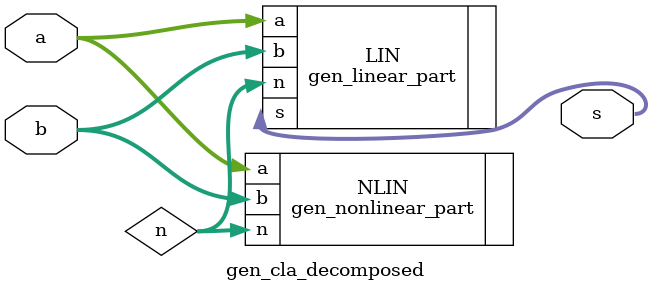
<source format=v>
module gen_cla_decomposed(a,b,s);

input [3:0]  a,b;
output [3:0] s;
wire [24:0] n;
gen_nonlinear_part
NLIN(
        .a (a),
        .b (b),
        .n (n)
);

gen_linear_part
LIN(
        .a (a),
        .b (b),
        .n (n),
        .s (s)
);

endmodule
</source>
